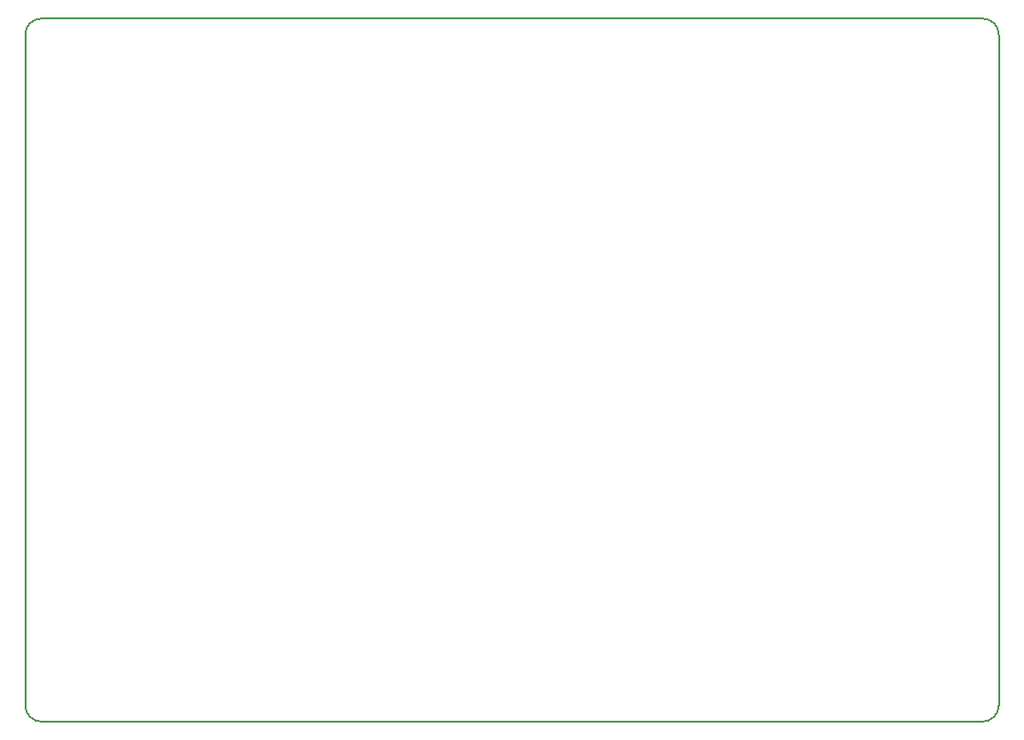
<source format=gbr>
G04 #@! TF.GenerationSoftware,KiCad,Pcbnew,(2018-01-19 revision 673f03e59)-master*
G04 #@! TF.CreationDate,2018-01-28T16:50:16+01:00*
G04 #@! TF.ProjectId,microman-kit,6D6963726F6D616E2D6B69742E6B6963,r1*
G04 #@! TF.SameCoordinates,Original*
G04 #@! TF.FileFunction,Profile,NP*
%FSLAX46Y46*%
G04 Gerber Fmt 4.6, Leading zero omitted, Abs format (unit mm)*
G04 Created by KiCad (PCBNEW (2018-01-19 revision 673f03e59)-master) date Sun Jan 28 16:50:16 2018*
%MOMM*%
%LPD*%
G01*
G04 APERTURE LIST*
%ADD10C,0.150000*%
G04 APERTURE END LIST*
D10*
X187000000Y-129500000D02*
X187000000Y-67500000D01*
X187000000Y-129500000D02*
G75*
G02X185500000Y-131000000I-1500000J0D01*
G01*
X98500000Y-131000000D02*
G75*
G02X97000000Y-129500000I0J1500000D01*
G01*
X97000000Y-67500000D02*
G75*
G02X98500000Y-66000000I1500000J0D01*
G01*
X185500000Y-66000000D02*
G75*
G02X187000000Y-67500000I0J-1500000D01*
G01*
X98500000Y-131000000D02*
X185500000Y-131000000D01*
X97000000Y-67500000D02*
X97000000Y-129500000D01*
X185500000Y-66000000D02*
X98500000Y-66000000D01*
M02*

</source>
